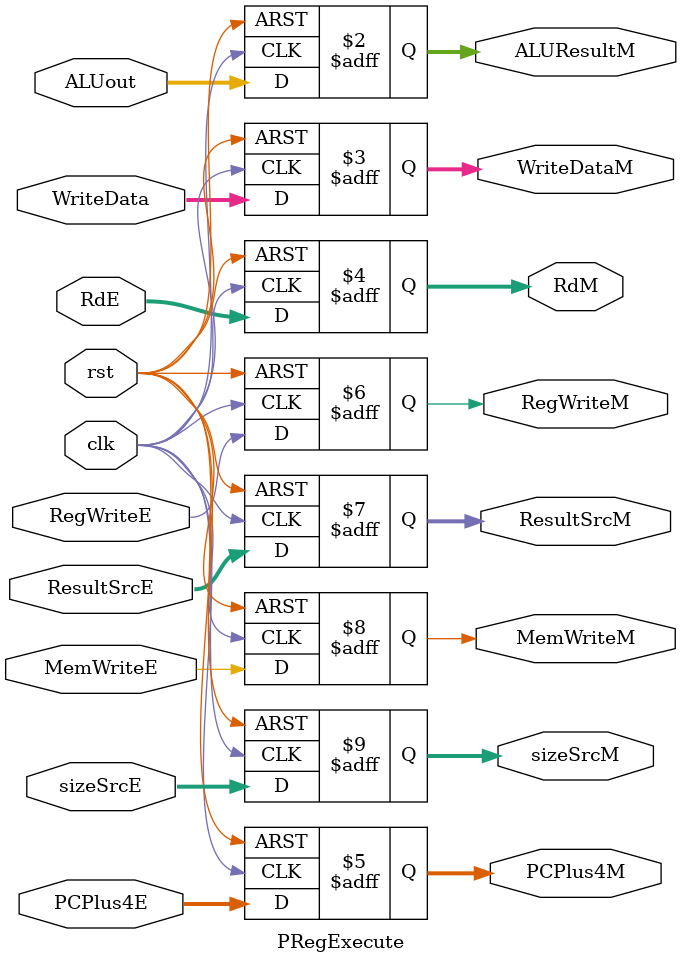
<source format=sv>
module PRegExecute #(
    parameter DATA_WIDTH = 32
) (
    input   logic [DATA_WIDTH-1:0]  ALUout,
    input   logic [DATA_WIDTH-1:0]  WriteData,
    input   logic [DATA_WIDTH-1:0]  PCPlus4E,
    input   logic                   clk,
    input   logic                   rst,          // Reset signal
    input   logic [4:0]             RdE,
    output  logic [DATA_WIDTH-1:0]  ALUResultM,
    output  logic [DATA_WIDTH-1:0]  WriteDataM,
    output  logic [4:0]             RdM,
    output  logic [DATA_WIDTH-1:0]  PCPlus4M,
    input   logic                   RegWriteE,
    input   logic [1:0]             ResultSrcE,
    input   logic                   MemWriteE,
    output  logic                   RegWriteM,
    output  logic [1:0]             ResultSrcM,
    output  logic                   MemWriteM,
    input   logic [2:0]             sizeSrcE,
    output  logic [2:0]             sizeSrcM
);

    // Sequential logic for both writing and output generation
    always_ff @(posedge clk or posedge rst) begin
        if (rst) begin
            // Reset or flush: Set outputs to default values
            ALUResultM <= 0;
            WriteDataM <= 0;
            PCPlus4M   <= 0;
            RdM        <= 0;
            RegWriteM  <= 0;
            ResultSrcM <= 0;
            MemWriteM  <= 0;
            sizeSrcM   <= 0;
        end else begin
            // Normal operation: Assign inputs to outputs
            ALUResultM <= ALUout;
            WriteDataM <= WriteData;
            PCPlus4M   <= PCPlus4E;
            RdM        <= RdE;
            RegWriteM  <= RegWriteE;
            ResultSrcM <= ResultSrcE;
            MemWriteM  <= MemWriteE;
            sizeSrcM   <= sizeSrcE;
        end
    end

endmodule

</source>
